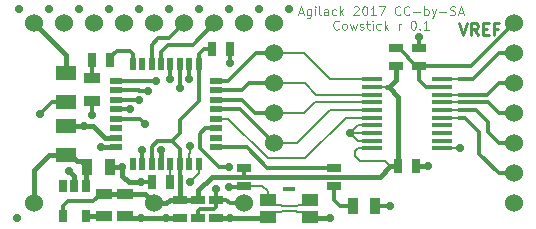
<source format=gbr>
G04 #@! TF.FileFunction,Copper,L1,Top,Signal*
%FSLAX46Y46*%
G04 Gerber Fmt 4.6, Leading zero omitted, Abs format (unit mm)*
G04 Created by KiCad (PCBNEW 4.0.2+dfsg1-stable) date jeu. 11 mai 2017 22:37:16 CEST*
%MOMM*%
G01*
G04 APERTURE LIST*
%ADD10C,0.100000*%
%ADD11C,0.101600*%
%ADD12C,0.250000*%
%ADD13R,0.889000X1.397000*%
%ADD14R,1.397000X0.889000*%
%ADD15R,0.701040X1.000760*%
%ADD16R,1.000000X0.500000*%
%ADD17R,0.500000X1.000000*%
%ADD18R,0.635000X1.143000*%
%ADD19C,1.524000*%
%ADD20R,1.143000X0.635000*%
%ADD21R,1.780540X0.304800*%
%ADD22R,1.780540X0.299720*%
%ADD23R,1.700000X1.300000*%
%ADD24R,1.400000X1.050000*%
%ADD25R,1.100000X0.450000*%
%ADD26C,0.711200*%
%ADD27C,0.406400*%
%ADD28C,0.203200*%
%ADD29C,0.304800*%
G04 APERTURE END LIST*
D10*
D11*
X149566086Y-75920600D02*
X149928943Y-75920600D01*
X149493514Y-76138314D02*
X149747514Y-75376314D01*
X150001514Y-76138314D01*
X150582086Y-75630314D02*
X150582086Y-76247171D01*
X150545800Y-76319743D01*
X150509515Y-76356029D01*
X150436943Y-76392314D01*
X150328086Y-76392314D01*
X150255515Y-76356029D01*
X150582086Y-76102029D02*
X150509515Y-76138314D01*
X150364372Y-76138314D01*
X150291800Y-76102029D01*
X150255515Y-76065743D01*
X150219229Y-75993171D01*
X150219229Y-75775457D01*
X150255515Y-75702886D01*
X150291800Y-75666600D01*
X150364372Y-75630314D01*
X150509515Y-75630314D01*
X150582086Y-75666600D01*
X150944944Y-76138314D02*
X150944944Y-75630314D01*
X150944944Y-75376314D02*
X150908658Y-75412600D01*
X150944944Y-75448886D01*
X150981229Y-75412600D01*
X150944944Y-75376314D01*
X150944944Y-75448886D01*
X151416658Y-76138314D02*
X151344086Y-76102029D01*
X151307801Y-76029457D01*
X151307801Y-75376314D01*
X152033515Y-76138314D02*
X152033515Y-75739171D01*
X151997229Y-75666600D01*
X151924658Y-75630314D01*
X151779515Y-75630314D01*
X151706944Y-75666600D01*
X152033515Y-76102029D02*
X151960944Y-76138314D01*
X151779515Y-76138314D01*
X151706944Y-76102029D01*
X151670658Y-76029457D01*
X151670658Y-75956886D01*
X151706944Y-75884314D01*
X151779515Y-75848029D01*
X151960944Y-75848029D01*
X152033515Y-75811743D01*
X152722944Y-76102029D02*
X152650373Y-76138314D01*
X152505230Y-76138314D01*
X152432658Y-76102029D01*
X152396373Y-76065743D01*
X152360087Y-75993171D01*
X152360087Y-75775457D01*
X152396373Y-75702886D01*
X152432658Y-75666600D01*
X152505230Y-75630314D01*
X152650373Y-75630314D01*
X152722944Y-75666600D01*
X153049516Y-76138314D02*
X153049516Y-75376314D01*
X153122087Y-75848029D02*
X153339801Y-76138314D01*
X153339801Y-75630314D02*
X153049516Y-75920600D01*
X154210658Y-75448886D02*
X154246944Y-75412600D01*
X154319515Y-75376314D01*
X154500944Y-75376314D01*
X154573515Y-75412600D01*
X154609801Y-75448886D01*
X154646086Y-75521457D01*
X154646086Y-75594029D01*
X154609801Y-75702886D01*
X154174372Y-76138314D01*
X154646086Y-76138314D01*
X155117800Y-75376314D02*
X155190372Y-75376314D01*
X155262943Y-75412600D01*
X155299229Y-75448886D01*
X155335515Y-75521457D01*
X155371800Y-75666600D01*
X155371800Y-75848029D01*
X155335515Y-75993171D01*
X155299229Y-76065743D01*
X155262943Y-76102029D01*
X155190372Y-76138314D01*
X155117800Y-76138314D01*
X155045229Y-76102029D01*
X155008943Y-76065743D01*
X154972658Y-75993171D01*
X154936372Y-75848029D01*
X154936372Y-75666600D01*
X154972658Y-75521457D01*
X155008943Y-75448886D01*
X155045229Y-75412600D01*
X155117800Y-75376314D01*
X156097514Y-76138314D02*
X155662086Y-76138314D01*
X155879800Y-76138314D02*
X155879800Y-75376314D01*
X155807229Y-75485171D01*
X155734657Y-75557743D01*
X155662086Y-75594029D01*
X156351514Y-75376314D02*
X156859514Y-75376314D01*
X156532943Y-76138314D01*
X158165799Y-76065743D02*
X158129513Y-76102029D01*
X158020656Y-76138314D01*
X157948085Y-76138314D01*
X157839228Y-76102029D01*
X157766656Y-76029457D01*
X157730371Y-75956886D01*
X157694085Y-75811743D01*
X157694085Y-75702886D01*
X157730371Y-75557743D01*
X157766656Y-75485171D01*
X157839228Y-75412600D01*
X157948085Y-75376314D01*
X158020656Y-75376314D01*
X158129513Y-75412600D01*
X158165799Y-75448886D01*
X158927799Y-76065743D02*
X158891513Y-76102029D01*
X158782656Y-76138314D01*
X158710085Y-76138314D01*
X158601228Y-76102029D01*
X158528656Y-76029457D01*
X158492371Y-75956886D01*
X158456085Y-75811743D01*
X158456085Y-75702886D01*
X158492371Y-75557743D01*
X158528656Y-75485171D01*
X158601228Y-75412600D01*
X158710085Y-75376314D01*
X158782656Y-75376314D01*
X158891513Y-75412600D01*
X158927799Y-75448886D01*
X159254371Y-75848029D02*
X159834942Y-75848029D01*
X160197800Y-76138314D02*
X160197800Y-75376314D01*
X160197800Y-75666600D02*
X160270371Y-75630314D01*
X160415514Y-75630314D01*
X160488085Y-75666600D01*
X160524371Y-75702886D01*
X160560657Y-75775457D01*
X160560657Y-75993171D01*
X160524371Y-76065743D01*
X160488085Y-76102029D01*
X160415514Y-76138314D01*
X160270371Y-76138314D01*
X160197800Y-76102029D01*
X160814657Y-75630314D02*
X160996086Y-76138314D01*
X161177514Y-75630314D02*
X160996086Y-76138314D01*
X160923514Y-76319743D01*
X160887229Y-76356029D01*
X160814657Y-76392314D01*
X161467800Y-75848029D02*
X162048371Y-75848029D01*
X162374943Y-76102029D02*
X162483800Y-76138314D01*
X162665229Y-76138314D01*
X162737800Y-76102029D01*
X162774086Y-76065743D01*
X162810371Y-75993171D01*
X162810371Y-75920600D01*
X162774086Y-75848029D01*
X162737800Y-75811743D01*
X162665229Y-75775457D01*
X162520086Y-75739171D01*
X162447514Y-75702886D01*
X162411229Y-75666600D01*
X162374943Y-75594029D01*
X162374943Y-75521457D01*
X162411229Y-75448886D01*
X162447514Y-75412600D01*
X162520086Y-75376314D01*
X162701514Y-75376314D01*
X162810371Y-75412600D01*
X163100657Y-75920600D02*
X163463514Y-75920600D01*
X163028085Y-76138314D02*
X163282085Y-75376314D01*
X163536085Y-76138314D01*
X152940658Y-77284943D02*
X152904372Y-77321229D01*
X152795515Y-77357514D01*
X152722944Y-77357514D01*
X152614087Y-77321229D01*
X152541515Y-77248657D01*
X152505230Y-77176086D01*
X152468944Y-77030943D01*
X152468944Y-76922086D01*
X152505230Y-76776943D01*
X152541515Y-76704371D01*
X152614087Y-76631800D01*
X152722944Y-76595514D01*
X152795515Y-76595514D01*
X152904372Y-76631800D01*
X152940658Y-76668086D01*
X153376087Y-77357514D02*
X153303515Y-77321229D01*
X153267230Y-77284943D01*
X153230944Y-77212371D01*
X153230944Y-76994657D01*
X153267230Y-76922086D01*
X153303515Y-76885800D01*
X153376087Y-76849514D01*
X153484944Y-76849514D01*
X153557515Y-76885800D01*
X153593801Y-76922086D01*
X153630087Y-76994657D01*
X153630087Y-77212371D01*
X153593801Y-77284943D01*
X153557515Y-77321229D01*
X153484944Y-77357514D01*
X153376087Y-77357514D01*
X153884087Y-76849514D02*
X154029230Y-77357514D01*
X154174373Y-76994657D01*
X154319516Y-77357514D01*
X154464659Y-76849514D01*
X154718659Y-77321229D02*
X154791230Y-77357514D01*
X154936373Y-77357514D01*
X155008945Y-77321229D01*
X155045230Y-77248657D01*
X155045230Y-77212371D01*
X155008945Y-77139800D01*
X154936373Y-77103514D01*
X154827516Y-77103514D01*
X154754945Y-77067229D01*
X154718659Y-76994657D01*
X154718659Y-76958371D01*
X154754945Y-76885800D01*
X154827516Y-76849514D01*
X154936373Y-76849514D01*
X155008945Y-76885800D01*
X155262944Y-76849514D02*
X155553230Y-76849514D01*
X155371802Y-76595514D02*
X155371802Y-77248657D01*
X155408087Y-77321229D01*
X155480659Y-77357514D01*
X155553230Y-77357514D01*
X155807231Y-77357514D02*
X155807231Y-76849514D01*
X155807231Y-76595514D02*
X155770945Y-76631800D01*
X155807231Y-76668086D01*
X155843516Y-76631800D01*
X155807231Y-76595514D01*
X155807231Y-76668086D01*
X156496659Y-77321229D02*
X156424088Y-77357514D01*
X156278945Y-77357514D01*
X156206373Y-77321229D01*
X156170088Y-77284943D01*
X156133802Y-77212371D01*
X156133802Y-76994657D01*
X156170088Y-76922086D01*
X156206373Y-76885800D01*
X156278945Y-76849514D01*
X156424088Y-76849514D01*
X156496659Y-76885800D01*
X156823231Y-77357514D02*
X156823231Y-76595514D01*
X156895802Y-77067229D02*
X157113516Y-77357514D01*
X157113516Y-76849514D02*
X156823231Y-77139800D01*
X158020659Y-77357514D02*
X158020659Y-76849514D01*
X158020659Y-76994657D02*
X158056944Y-76922086D01*
X158093230Y-76885800D01*
X158165801Y-76849514D01*
X158238373Y-76849514D01*
X159218086Y-76595514D02*
X159290658Y-76595514D01*
X159363229Y-76631800D01*
X159399515Y-76668086D01*
X159435801Y-76740657D01*
X159472086Y-76885800D01*
X159472086Y-77067229D01*
X159435801Y-77212371D01*
X159399515Y-77284943D01*
X159363229Y-77321229D01*
X159290658Y-77357514D01*
X159218086Y-77357514D01*
X159145515Y-77321229D01*
X159109229Y-77284943D01*
X159072944Y-77212371D01*
X159036658Y-77067229D01*
X159036658Y-76885800D01*
X159072944Y-76740657D01*
X159109229Y-76668086D01*
X159145515Y-76631800D01*
X159218086Y-76595514D01*
X159798658Y-77284943D02*
X159834943Y-77321229D01*
X159798658Y-77357514D01*
X159762372Y-77321229D01*
X159798658Y-77284943D01*
X159798658Y-77357514D01*
X160560657Y-77357514D02*
X160125229Y-77357514D01*
X160342943Y-77357514D02*
X160342943Y-76595514D01*
X160270372Y-76704371D01*
X160197800Y-76776943D01*
X160125229Y-76813229D01*
D12*
X163157114Y-76820781D02*
X163490447Y-77820781D01*
X163823781Y-76820781D01*
X164728543Y-77820781D02*
X164395209Y-77344590D01*
X164157114Y-77820781D02*
X164157114Y-76820781D01*
X164538067Y-76820781D01*
X164633305Y-76868400D01*
X164680924Y-76916019D01*
X164728543Y-77011257D01*
X164728543Y-77154114D01*
X164680924Y-77249352D01*
X164633305Y-77296971D01*
X164538067Y-77344590D01*
X164157114Y-77344590D01*
X165157114Y-77296971D02*
X165490448Y-77296971D01*
X165633305Y-77820781D02*
X165157114Y-77820781D01*
X165157114Y-76820781D01*
X165633305Y-76820781D01*
X166395210Y-77296971D02*
X166061876Y-77296971D01*
X166061876Y-77820781D02*
X166061876Y-76820781D01*
X166538067Y-76820781D01*
D13*
X131635500Y-88963500D03*
X133540500Y-88963500D03*
D14*
X134874000Y-91249500D03*
X134874000Y-93154500D03*
X133032500Y-93154500D03*
X133032500Y-91249500D03*
D15*
X131508500Y-93154500D03*
X129603500Y-93154500D03*
X129603500Y-90614500D03*
X130556000Y-90614500D03*
X131508500Y-90614500D03*
D16*
X142553000Y-87318500D03*
X142553000Y-86518500D03*
X142553000Y-85718500D03*
X142553000Y-84918500D03*
X142553000Y-84118500D03*
X142553000Y-83318500D03*
X142553000Y-82518500D03*
X142553000Y-81718500D03*
D17*
X141103000Y-80268500D03*
X140303000Y-80268500D03*
X139503000Y-80268500D03*
X138703000Y-80268500D03*
X137903000Y-80268500D03*
X137103000Y-80268500D03*
X136303000Y-80268500D03*
X135503000Y-80268500D03*
D16*
X134053000Y-81718500D03*
X134053000Y-82518500D03*
X134053000Y-83318500D03*
X134053000Y-84118500D03*
X134053000Y-84918500D03*
X134053000Y-85718500D03*
X134053000Y-86518500D03*
X134053000Y-87318500D03*
D17*
X135503000Y-88768500D03*
X136303000Y-88768500D03*
X137103000Y-88768500D03*
X137903000Y-88768500D03*
X138703000Y-88768500D03*
X139503000Y-88768500D03*
X140303000Y-88768500D03*
X141103000Y-88768500D03*
D18*
X138620500Y-90297000D03*
X137096500Y-90297000D03*
D19*
X137340000Y-92075000D03*
D20*
X139509500Y-91757500D03*
X139509500Y-93281500D03*
X142557500Y-91757500D03*
X142557500Y-93281500D03*
X141033500Y-91757500D03*
X141033500Y-93281500D03*
D19*
X127180000Y-92075000D03*
X127180000Y-76835000D03*
X144960000Y-92075000D03*
X132260000Y-76835000D03*
X129720000Y-76835000D03*
X134800000Y-76835000D03*
X137340000Y-76835000D03*
X144960000Y-76835000D03*
X147500000Y-76835000D03*
X142420000Y-76835000D03*
X139880000Y-76835000D03*
X147500000Y-79375000D03*
X147500000Y-81915000D03*
X147500000Y-84455000D03*
X147500000Y-86995000D03*
D18*
X142240000Y-78994000D03*
X143764000Y-78994000D03*
D19*
X167820000Y-76835000D03*
X167820000Y-79375000D03*
X167820000Y-81915000D03*
X167820000Y-84455000D03*
X167820000Y-86995000D03*
X167820000Y-89535000D03*
D21*
X155780740Y-82225000D03*
X155780740Y-82875000D03*
X155780740Y-83525000D03*
X155780740Y-84175000D03*
X155780740Y-84825000D03*
X155780740Y-85475000D03*
X155780740Y-86125000D03*
X155780740Y-86775000D03*
D22*
X161719260Y-86775000D03*
X161719260Y-86125000D03*
X161719260Y-85475000D03*
X161719260Y-84825000D03*
X161719260Y-84175000D03*
X161719260Y-83525000D03*
X161719260Y-82875000D03*
X161719260Y-82225000D03*
D21*
X155778200Y-81575000D03*
X155778200Y-87425000D03*
X161719260Y-87425000D03*
D22*
X161719260Y-81575000D03*
D19*
X167820000Y-92075000D03*
D20*
X157759400Y-80467200D03*
X157759400Y-78943200D03*
D18*
X157988000Y-88925400D03*
X159512000Y-88925400D03*
D20*
X159740600Y-80467200D03*
X159740600Y-78943200D03*
X144957800Y-89052400D03*
X144957800Y-90576400D03*
D13*
X154139900Y-92329000D03*
X156044900Y-92329000D03*
D20*
X152527000Y-90576400D03*
X152527000Y-89052400D03*
D23*
X129850000Y-81000000D03*
X129850000Y-83500000D03*
X129850000Y-85500000D03*
X129850000Y-88000000D03*
D14*
X132080000Y-81470500D03*
X132080000Y-83375500D03*
D18*
X132080000Y-79971900D03*
X133604000Y-79971900D03*
D24*
X146917000Y-91807200D03*
X150517000Y-91807200D03*
X146917000Y-93257200D03*
X150517000Y-93257200D03*
D25*
X148717000Y-90832200D03*
D26*
X128447800Y-75641200D03*
X125907800Y-75641200D03*
X148767800Y-75641200D03*
X143687800Y-75641200D03*
X138607800Y-75641200D03*
X133527800Y-75641200D03*
X130962400Y-75641200D03*
X136067800Y-75641200D03*
X141147800Y-75641200D03*
X146227800Y-75641200D03*
X159740600Y-78028800D03*
X132080000Y-84582000D03*
X125704600Y-93345000D03*
X153924000Y-86131400D03*
X157251400Y-92329000D03*
X163220400Y-87426800D03*
X152222200Y-93345000D03*
X160477200Y-88925400D03*
X143764000Y-80162400D03*
X140296900Y-81534000D03*
X129850000Y-81000000D03*
X143713200Y-93345000D03*
X138303000Y-93345000D03*
X137922000Y-87566500D03*
X134620000Y-88963500D03*
X136207500Y-90297000D03*
X136207500Y-93345000D03*
X130111500Y-89344500D03*
X132842000Y-87312500D03*
X127647700Y-84493100D03*
X131381500Y-85496400D03*
X140335000Y-87185500D03*
X140335000Y-90297000D03*
X136296400Y-87553800D03*
X142557500Y-90855800D03*
X135305800Y-84124800D03*
X136042400Y-83312000D03*
X136779000Y-82524600D03*
X137515600Y-81711800D03*
X138696700Y-81534000D03*
X139496800Y-82334100D03*
X143637000Y-89001600D03*
X143637000Y-90728800D03*
X136525000Y-85344000D03*
D27*
X143713200Y-93345000D02*
X146829200Y-93345000D01*
X146829200Y-93345000D02*
X146917000Y-93257200D01*
D28*
X149377400Y-92760800D02*
X148158200Y-92760800D01*
X149377400Y-92760800D02*
X149453600Y-92837000D01*
X150096800Y-92837000D02*
X149453600Y-92837000D01*
X148082000Y-92837000D02*
X147337200Y-92837000D01*
X148158200Y-92760800D02*
X148082000Y-92837000D01*
X147337200Y-92837000D02*
X146917000Y-93257200D01*
X150096800Y-92837000D02*
X150517000Y-93257200D01*
D29*
X159740600Y-78943200D02*
X159740600Y-78028800D01*
X132080000Y-83375500D02*
X132080000Y-84582000D01*
X157251400Y-92329000D02*
X156044900Y-92329000D01*
D28*
X162839400Y-87426800D02*
X162837600Y-87425000D01*
X161719260Y-87425000D02*
X162837600Y-87425000D01*
X163220400Y-87426800D02*
X162839400Y-87426800D01*
D27*
X152222200Y-93345000D02*
X150604800Y-93345000D01*
X150604800Y-93345000D02*
X150517000Y-93257200D01*
X160477200Y-88925400D02*
X159512000Y-88925400D01*
D28*
X155780740Y-86775000D02*
X154567600Y-86775000D01*
X154567600Y-86775000D02*
X153924000Y-86131400D01*
X153924000Y-86131400D02*
X154533600Y-86131400D01*
X154580400Y-85475000D02*
X153924000Y-86131400D01*
X155780740Y-85475000D02*
X154580400Y-85475000D01*
X154540000Y-86125000D02*
X155780740Y-86125000D01*
X154533600Y-86131400D02*
X154540000Y-86125000D01*
D29*
X161721060Y-87426800D02*
X161719260Y-87425000D01*
X167820000Y-92075000D02*
X167817800Y-92075000D01*
X143764000Y-78994000D02*
X143764000Y-80162400D01*
X140296900Y-81064100D02*
X140303000Y-81058000D01*
X140303000Y-80268500D02*
X140303000Y-81058000D01*
X140296900Y-81534000D02*
X140296900Y-81064100D01*
D27*
X129850000Y-81000000D02*
X129850000Y-79505000D01*
X129850000Y-79505000D02*
X127180000Y-76835000D01*
X142621000Y-93345000D02*
X143713200Y-93345000D01*
X142621000Y-93345000D02*
X142557500Y-93281500D01*
X137922000Y-88011000D02*
X137903000Y-88030000D01*
X137922000Y-87566500D02*
X137922000Y-88011000D01*
X137903000Y-88768500D02*
X137903000Y-88030000D01*
X134620000Y-88963500D02*
X134620000Y-89750900D01*
X134620000Y-89750900D02*
X135166100Y-90297000D01*
X135166100Y-90297000D02*
X136207500Y-90297000D01*
X133540500Y-88963500D02*
X134620000Y-88963500D01*
D29*
X137096500Y-90297000D02*
X136207500Y-90297000D01*
D27*
X139446000Y-93345000D02*
X138303000Y-93345000D01*
X138303000Y-93345000D02*
X136207500Y-93345000D01*
X139446000Y-93345000D02*
X139509500Y-93281500D01*
X135064500Y-93345000D02*
X136207500Y-93345000D01*
X135064500Y-93345000D02*
X134874000Y-93154500D01*
X130556000Y-89789000D02*
X130111500Y-89344500D01*
X130556000Y-90614500D02*
X130556000Y-89789000D01*
D29*
X129850000Y-83500000D02*
X128640800Y-83500000D01*
D27*
X132842000Y-87312500D02*
X133286500Y-87312500D01*
X133292500Y-87318500D02*
X134053000Y-87318500D01*
X133286500Y-87312500D02*
X133292500Y-87318500D01*
D29*
X128640800Y-83500000D02*
X127647700Y-84493100D01*
D27*
X134053000Y-86518500D02*
X133127500Y-86518500D01*
X130949700Y-85496400D02*
X130946100Y-85500000D01*
X130946100Y-85500000D02*
X129850000Y-85500000D01*
X131381500Y-85496400D02*
X130949700Y-85496400D01*
X132105400Y-85496400D02*
X131381500Y-85496400D01*
X133127500Y-86518500D02*
X132105400Y-85496400D01*
X131508500Y-93154500D02*
X133032500Y-93154500D01*
X127180000Y-92075000D02*
X127180000Y-89228000D01*
X129850000Y-88000000D02*
X128408000Y-88000000D01*
X128408000Y-88000000D02*
X127180000Y-89228000D01*
X131508500Y-90614500D02*
X131508500Y-89090500D01*
X131508500Y-89090500D02*
X131635500Y-88963500D01*
X129850000Y-88000000D02*
X130291000Y-88000000D01*
X130291000Y-88000000D02*
X130746500Y-88455500D01*
X130746500Y-88455500D02*
X131127500Y-88455500D01*
X131127500Y-88455500D02*
X131635500Y-88963500D01*
D29*
X144957800Y-89052400D02*
X144957800Y-89814400D01*
D27*
X156413200Y-89814400D02*
X144957800Y-89814400D01*
X144957800Y-89814400D02*
X142189200Y-89814400D01*
X141033500Y-90970100D02*
X142189200Y-89814400D01*
X141033500Y-91757500D02*
X141033500Y-90970100D01*
X156413200Y-89814400D02*
X157302200Y-88925400D01*
D28*
X155778200Y-87425000D02*
X154560800Y-87425000D01*
X156870400Y-88493600D02*
X157302200Y-88925400D01*
X154711400Y-88493600D02*
X156870400Y-88493600D01*
X154305000Y-88087200D02*
X154711400Y-88493600D01*
X154305000Y-87680800D02*
X154305000Y-88087200D01*
X154560800Y-87425000D02*
X154305000Y-87680800D01*
D27*
X157759400Y-80467200D02*
X157759400Y-81635600D01*
X157759400Y-81635600D02*
X157175200Y-82219800D01*
X157988000Y-88925400D02*
X157302200Y-88925400D01*
X157175200Y-82219800D02*
X157988000Y-83032600D01*
X157988000Y-83032600D02*
X157988000Y-88925400D01*
D28*
X155780740Y-82225000D02*
X157043000Y-82225000D01*
D27*
X157175200Y-82219800D02*
X157048200Y-82219800D01*
D28*
X157043000Y-82225000D02*
X157048200Y-82219800D01*
D29*
X141103000Y-80268500D02*
X141103000Y-79432500D01*
X141541500Y-78994000D02*
X142240000Y-78994000D01*
X141103000Y-79432500D02*
X141541500Y-78994000D01*
D27*
X141033500Y-91757500D02*
X139509500Y-91757500D01*
X139509500Y-91757500D02*
X138645900Y-91757500D01*
X138328400Y-92075000D02*
X137340000Y-92075000D01*
X138645900Y-91757500D02*
X138328400Y-92075000D01*
X134874000Y-91249500D02*
X136514500Y-91249500D01*
X136514500Y-91249500D02*
X137340000Y-92075000D01*
D29*
X139503000Y-85020300D02*
X139503000Y-86125200D01*
X141103000Y-80268500D02*
X141103000Y-83420300D01*
X139503000Y-85020300D02*
X141103000Y-83420300D01*
X139503000Y-86125200D02*
X138798300Y-86829900D01*
X139503000Y-88768500D02*
X139503000Y-87471100D01*
X137103000Y-87318700D02*
X137591800Y-86829900D01*
X137103000Y-87318700D02*
X137103000Y-88768500D01*
X138861800Y-86829900D02*
X138798300Y-86829900D01*
X138798300Y-86829900D02*
X137591800Y-86829900D01*
X139503000Y-87471100D02*
X138861800Y-86829900D01*
X139509500Y-89725500D02*
X139509500Y-89535000D01*
D27*
X139509500Y-91757500D02*
X139509500Y-89725500D01*
D29*
X139503000Y-89528500D02*
X139503000Y-88768500D01*
X139509500Y-89535000D02*
X139503000Y-89528500D01*
D27*
X133032500Y-91249500D02*
X134874000Y-91249500D01*
D29*
X133032500Y-91249500D02*
X132778500Y-91249500D01*
X132778500Y-91249500D02*
X132143500Y-91884500D01*
X132143500Y-91884500D02*
X130048000Y-91884500D01*
X130048000Y-91884500D02*
X129603500Y-92329000D01*
X129603500Y-92329000D02*
X129603500Y-93154500D01*
D28*
X138703000Y-88768500D02*
X138703000Y-90214500D01*
X138703000Y-90214500D02*
X138620500Y-90297000D01*
X140335000Y-87185500D02*
X140335000Y-87820000D01*
X140303000Y-87852000D02*
X140303000Y-88768500D01*
X140335000Y-87820000D02*
X140303000Y-87852000D01*
X141103000Y-88768500D02*
X141103000Y-89529000D01*
X141103000Y-89529000D02*
X140335000Y-90297000D01*
D29*
X136296400Y-87960200D02*
X136303000Y-87966800D01*
X136303000Y-88768500D02*
X136303000Y-87966800D01*
X136296400Y-87553800D02*
X136296400Y-87960200D01*
X142557500Y-90855800D02*
X142557500Y-91757500D01*
X142557500Y-91757500D02*
X142557500Y-92341700D01*
X141033500Y-92697300D02*
X141211300Y-92519500D01*
X141033500Y-92697300D02*
X141033500Y-93281500D01*
X142379700Y-92519500D02*
X141211300Y-92519500D01*
X142557500Y-92341700D02*
X142379700Y-92519500D01*
X144960000Y-92075000D02*
X143738600Y-92075000D01*
X143738600Y-92075000D02*
X143421100Y-91757500D01*
X143421100Y-91757500D02*
X142557500Y-91757500D01*
X135305800Y-84124800D02*
X134772400Y-84124800D01*
X134053000Y-84118500D02*
X134766100Y-84118500D01*
X134772400Y-84124800D02*
X134766100Y-84118500D01*
X135305800Y-83312000D02*
X135299300Y-83318500D01*
X134053000Y-83318500D02*
X135299300Y-83318500D01*
X136042400Y-83312000D02*
X135305800Y-83312000D01*
X136779000Y-82524600D02*
X136042400Y-82524600D01*
X134053000Y-82518500D02*
X136036300Y-82518500D01*
X136042400Y-82524600D02*
X136036300Y-82518500D01*
X134800000Y-76835000D02*
X134800000Y-76858200D01*
X136779000Y-81711800D02*
X136772300Y-81718500D01*
X134053000Y-81718500D02*
X136772300Y-81718500D01*
X137515600Y-81711800D02*
X136779000Y-81711800D01*
X137103000Y-80268500D02*
X137103000Y-78644600D01*
X138610000Y-78105000D02*
X139880000Y-76835000D01*
X137642600Y-78105000D02*
X138610000Y-78105000D01*
X137103000Y-78644600D02*
X137642600Y-78105000D01*
X137903000Y-80268500D02*
X137903000Y-79228900D01*
X140616600Y-78638400D02*
X142420000Y-76835000D01*
X138493500Y-78638400D02*
X140616600Y-78638400D01*
X137903000Y-79228900D02*
X138493500Y-78638400D01*
X138696700Y-81089500D02*
X138703000Y-81083200D01*
X138703000Y-80268500D02*
X138703000Y-81083200D01*
X138696700Y-81534000D02*
X138696700Y-81089500D01*
X139496800Y-81445100D02*
X139503000Y-81438900D01*
X139503000Y-80268500D02*
X139503000Y-81438900D01*
X139496800Y-82334100D02*
X139496800Y-81445100D01*
D28*
X161719260Y-81575000D02*
X162905800Y-81575000D01*
X162915600Y-81584800D02*
X163169600Y-81584800D01*
X162905800Y-81575000D02*
X162915600Y-81584800D01*
D29*
X166522400Y-79375000D02*
X167820000Y-79375000D01*
X166522400Y-79375000D02*
X164312600Y-81584800D01*
X163169600Y-81584800D02*
X164312600Y-81584800D01*
D28*
X161719260Y-82875000D02*
X162885000Y-82875000D01*
X162890200Y-82880200D02*
X163169600Y-82880200D01*
X162885000Y-82875000D02*
X162890200Y-82880200D01*
D29*
X166497000Y-81915000D02*
X165531800Y-82880200D01*
X165531800Y-82880200D02*
X163169600Y-82880200D01*
X166497000Y-81915000D02*
X167820000Y-81915000D01*
D28*
X161719260Y-83525000D02*
X162905800Y-83525000D01*
X162915600Y-83515200D02*
X163169600Y-83515200D01*
X162905800Y-83525000D02*
X162915600Y-83515200D01*
D29*
X166497000Y-84455000D02*
X165557200Y-83515200D01*
X165557200Y-83515200D02*
X163169600Y-83515200D01*
X166497000Y-84455000D02*
X167820000Y-84455000D01*
D28*
X161719260Y-84175000D02*
X162916200Y-84175000D01*
X162916800Y-84175600D02*
X163169600Y-84175600D01*
X162916200Y-84175000D02*
X162916800Y-84175600D01*
D29*
X166497000Y-86995000D02*
X165557200Y-86055200D01*
X165557200Y-86055200D02*
X165557200Y-85191600D01*
X165557200Y-85191600D02*
X164541200Y-84175600D01*
X164541200Y-84175600D02*
X163169600Y-84175600D01*
X166497000Y-86995000D02*
X167820000Y-86995000D01*
D28*
X161719260Y-84825000D02*
X162930000Y-84825000D01*
D29*
X166497000Y-89535000D02*
X164820600Y-87858600D01*
X164820600Y-87858600D02*
X164820600Y-86055200D01*
X164820600Y-86055200D02*
X163601400Y-84836000D01*
X163601400Y-84836000D02*
X163169600Y-84836000D01*
X166497000Y-89535000D02*
X167820000Y-89535000D01*
D28*
X162941000Y-84836000D02*
X163169600Y-84836000D01*
X162930000Y-84825000D02*
X162941000Y-84836000D01*
X155780740Y-84175000D02*
X152222800Y-84175000D01*
X149402800Y-86995000D02*
X147500000Y-86995000D01*
X152222800Y-84175000D02*
X149402800Y-86995000D01*
D29*
X142553000Y-84118500D02*
X144623500Y-84118500D01*
X144623500Y-84118500D02*
X147500000Y-86995000D01*
D28*
X155780740Y-83525000D02*
X150967800Y-83525000D01*
X150037800Y-84455000D02*
X147500000Y-84455000D01*
X150967800Y-83525000D02*
X150037800Y-84455000D01*
D29*
X142553000Y-83318500D02*
X144761100Y-83318500D01*
X144761100Y-83318500D02*
X145897600Y-84455000D01*
X145897600Y-84455000D02*
X147500000Y-84455000D01*
D28*
X155780740Y-82875000D02*
X151048600Y-82875000D01*
X150088600Y-81915000D02*
X147500000Y-81915000D01*
X151048600Y-82875000D02*
X150088600Y-81915000D01*
D29*
X145351500Y-81915000D02*
X147500000Y-81915000D01*
X144748000Y-82518500D02*
X145351500Y-81915000D01*
X142553000Y-82518500D02*
X144748000Y-82518500D01*
D28*
X155778200Y-81575000D02*
X152187000Y-81575000D01*
X149987000Y-79375000D02*
X147500000Y-79375000D01*
X152187000Y-81575000D02*
X149987000Y-79375000D01*
D29*
X145948400Y-79375000D02*
X147500000Y-79375000D01*
X143604900Y-81718500D02*
X145948400Y-79375000D01*
X142553000Y-81718500D02*
X143604900Y-81718500D01*
D28*
X155780740Y-84825000D02*
X153528600Y-84825000D01*
X143592500Y-84918500D02*
X142553000Y-84918500D01*
X146939000Y-88265000D02*
X143592500Y-84918500D01*
X150088600Y-88265000D02*
X146939000Y-88265000D01*
X153528600Y-84825000D02*
X150088600Y-88265000D01*
D29*
X159740600Y-80467200D02*
X164187800Y-80467200D01*
X164187800Y-80467200D02*
X167820000Y-76835000D01*
X158775400Y-79756000D02*
X159486600Y-80467200D01*
X159486600Y-80467200D02*
X159740600Y-80467200D01*
X159740600Y-80467200D02*
X159740600Y-81661000D01*
X160304600Y-82225000D02*
X161719260Y-82225000D01*
X159740600Y-81661000D02*
X160304600Y-82225000D01*
X167820000Y-76835000D02*
X167817800Y-76835000D01*
X158775400Y-79705200D02*
X158775400Y-79756000D01*
X157759400Y-78943200D02*
X158013400Y-78943200D01*
X158013400Y-78943200D02*
X158775400Y-79705200D01*
D28*
X149402800Y-92329000D02*
X148183600Y-92329000D01*
X149402800Y-92329000D02*
X149504400Y-92227400D01*
X150096800Y-92227400D02*
X149504400Y-92227400D01*
X148082000Y-92227400D02*
X147337200Y-92227400D01*
X148183600Y-92329000D02*
X148082000Y-92227400D01*
X147337200Y-92227400D02*
X146917000Y-91807200D01*
X150096800Y-92227400D02*
X150517000Y-91807200D01*
D29*
X143637000Y-89001600D02*
X142773400Y-89001600D01*
X144805400Y-90728800D02*
X143637000Y-90728800D01*
X141662300Y-85718500D02*
X142553000Y-85718500D01*
X141173200Y-86207600D02*
X141662300Y-85718500D01*
X141173200Y-87401400D02*
X141173200Y-86207600D01*
X142773400Y-89001600D02*
X141173200Y-87401400D01*
X144805400Y-90728800D02*
X144957800Y-90576400D01*
D28*
X144957800Y-90576400D02*
X146481800Y-90576400D01*
X146917000Y-91011600D02*
X146917000Y-91807200D01*
X146481800Y-90576400D02*
X146917000Y-91011600D01*
X150528600Y-91795600D02*
X150517000Y-91807200D01*
D29*
X132080000Y-79971900D02*
X132080000Y-81470500D01*
X135503000Y-80268500D02*
X135503000Y-79394400D01*
X134150100Y-79171800D02*
X133604000Y-79717900D01*
X135280400Y-79171800D02*
X134150100Y-79171800D01*
X135503000Y-79394400D02*
X135280400Y-79171800D01*
X133604000Y-79717900D02*
X133604000Y-79971900D01*
X153085800Y-92329000D02*
X154139900Y-92329000D01*
X152527000Y-91770200D02*
X153085800Y-92329000D01*
X152527000Y-90576400D02*
X152527000Y-91770200D01*
X146888200Y-89052400D02*
X152527000Y-89052400D01*
X142553000Y-87318500D02*
X145154300Y-87318500D01*
X145154300Y-87318500D02*
X146888200Y-89052400D01*
X134053000Y-84918500D02*
X136099500Y-84918500D01*
X136099500Y-84918500D02*
X136525000Y-85344000D01*
M02*

</source>
